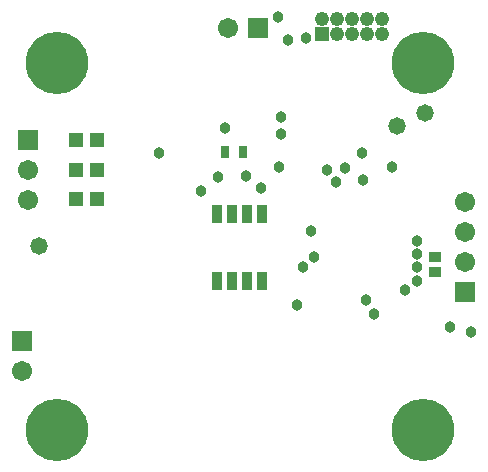
<source format=gbs>
G04*
G04 #@! TF.GenerationSoftware,Altium Limited,Altium Designer,20.1.14 (287)*
G04*
G04 Layer_Color=16711935*
%FSLAX25Y25*%
%MOIN*%
G70*
G04*
G04 #@! TF.SameCoordinates,7F5ADFAE-F052-4B02-90E5-093173F2D11D*
G04*
G04*
G04 #@! TF.FilePolarity,Negative*
G04*
G01*
G75*
%ADD25R,0.02572X0.04147*%
%ADD34R,0.04147X0.03753*%
%ADD35R,0.06706X0.06706*%
%ADD36C,0.06706*%
%ADD37R,0.06706X0.06706*%
%ADD38R,0.04800X0.04800*%
%ADD39C,0.04800*%
%ADD40C,0.05800*%
%ADD41C,0.20800*%
%ADD42C,0.03800*%
%ADD67R,0.05131X0.05131*%
%ADD68R,0.03359X0.05958*%
D25*
X-4921Y31496D02*
D03*
X984D02*
D03*
D34*
X65000Y-3441D02*
D03*
Y-8559D02*
D03*
D35*
X74803Y-15216D02*
D03*
X-72835Y-31496D02*
D03*
X-70866Y35591D02*
D03*
D36*
X74803Y-5217D02*
D03*
Y4783D02*
D03*
Y14784D02*
D03*
X-72835Y-41496D02*
D03*
X-3937Y72835D02*
D03*
X-70866Y15590D02*
D03*
Y25591D02*
D03*
D37*
X6063Y72835D02*
D03*
D38*
X27402Y70866D02*
D03*
D39*
X32402D02*
D03*
X37402D02*
D03*
X42402D02*
D03*
X47402D02*
D03*
X27402Y75866D02*
D03*
X32402D02*
D03*
X37402D02*
D03*
X42402D02*
D03*
X47402D02*
D03*
D40*
X52250Y40000D02*
D03*
X61500Y44500D02*
D03*
X-66929Y0D02*
D03*
D41*
X61024Y61024D02*
D03*
Y-61024D02*
D03*
X-61024D02*
D03*
Y61024D02*
D03*
D42*
X77000Y-28500D02*
D03*
X70000Y-27000D02*
D03*
X19000Y-19500D02*
D03*
X50500Y26500D02*
D03*
X21000Y-7000D02*
D03*
X24500Y-3500D02*
D03*
X7000Y19500D02*
D03*
X13000Y26500D02*
D03*
X32000Y21500D02*
D03*
X35000Y26000D02*
D03*
X40500Y31000D02*
D03*
X59000Y-7000D02*
D03*
Y-11500D02*
D03*
X58862Y1969D02*
D03*
X59000Y-2500D02*
D03*
X55000Y-14500D02*
D03*
X13500Y37500D02*
D03*
Y43000D02*
D03*
X15992Y68765D02*
D03*
X12500Y76500D02*
D03*
X22000Y69500D02*
D03*
X41000Y22000D02*
D03*
X44500Y-22500D02*
D03*
X42000Y-18000D02*
D03*
X-13000Y18500D02*
D03*
X-7500Y23000D02*
D03*
X-5000Y39500D02*
D03*
X-27000Y31000D02*
D03*
X23500Y5000D02*
D03*
X28890Y25591D02*
D03*
X1969Y23622D02*
D03*
D67*
X-54724Y25591D02*
D03*
X-47638D02*
D03*
X-54724Y35433D02*
D03*
X-47638D02*
D03*
Y15748D02*
D03*
X-54724D02*
D03*
D68*
X7244Y-11417D02*
D03*
X-7756D02*
D03*
X7244Y10984D02*
D03*
X-7756D02*
D03*
X-2756Y-11417D02*
D03*
Y10984D02*
D03*
X2244Y-11417D02*
D03*
Y10984D02*
D03*
M02*

</source>
